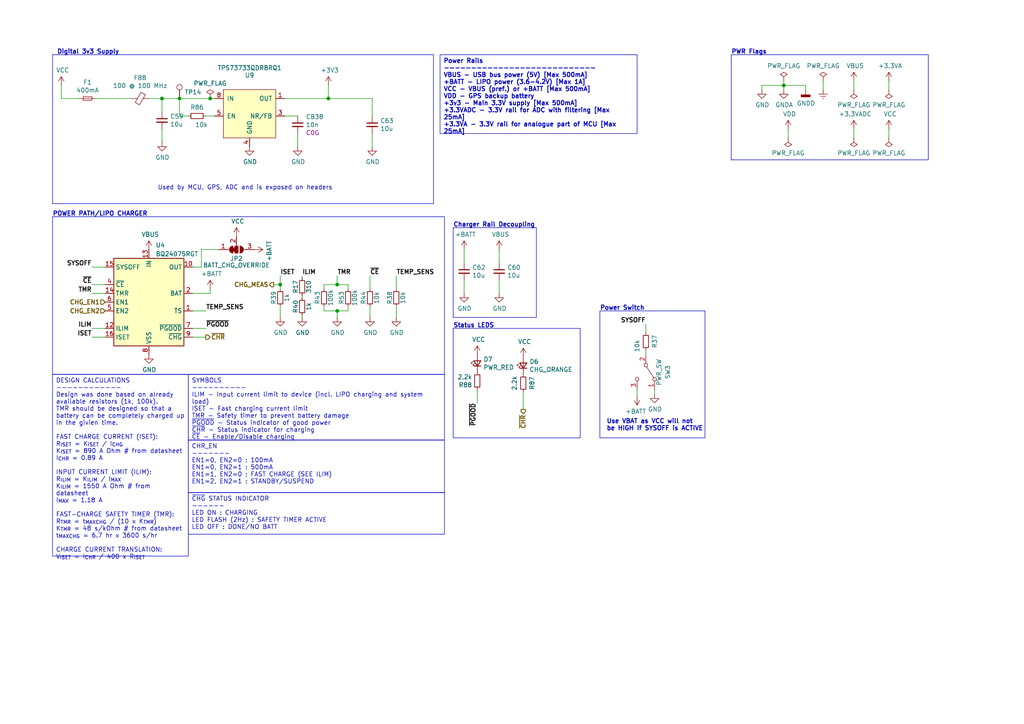
<source format=kicad_sch>
(kicad_sch (version 20230121) (generator eeschema)
  (paper "A4")
  (title_block (title "Kleinvoet") (date "2020-06-11") (rev "Rev. A") (company "Department of Electronic Engineering - Stellenbosch University") (comment 1 "Author: CM Geldenhuys <20198329@sun.ac.za>") (comment 2 "Project: Kleinvoet"))
  (lib_symbols
    (symbol "Battery_Management:BQ24075RGT"
      (property "Reference" "U" (at -8.89 13.97 0))
      (property "Value" "BQ24075RGT" (at 16.51 13.97 0))
      (symbol "BQ24075RGT_0_1"
        (rectangle (start -10.16 12.7) (end 10.16 -12.7) (stroke (width 0.254)) (fill (type background)))
      )
      (symbol "BQ24075RGT_1_1"
        (pin passive line (at 12.7 -2.54 180) (length 2.54) (name "TS") (number "1"))
        (pin power_out line (at 12.7 10.16 180) (length 2.54) (name "OUT") (number "10"))
        (pin passive line (at 12.7 10.16 180) (length 2.54) hide (name "OUT") (number "11"))
        (pin passive line (at -12.7 -7.62 0) (length 2.54) (name "ILIM") (number "12"))
        (pin power_in line (at 0 15.24 270) (length 2.54) (name "IN") (number "13"))
        (pin input line (at -12.7 2.54 0) (length 2.54) (name "TMR") (number "14"))
        (pin input line (at -12.7 10.16 0) (length 2.54) (name "SYSOFF") (number "15"))
        (pin passive line (at -12.7 -10.16 0) (length 2.54) (name "ISET") (number "16"))
        (pin passive line (at 0 -15.24 90) (length 2.54) hide (name "VSS") (number "17"))
        (pin power_out line (at 12.7 2.54 180) (length 2.54) (name "BAT") (number "2"))
        (pin passive line (at 12.7 2.54 180) (length 2.54) hide (name "BAT") (number "3"))
        (pin input line (at -12.7 5.08 0) (length 2.54) (name "~{CE}") (number "4"))
        (pin input line (at -12.7 -2.54 0) (length 2.54) (name "EN2") (number "5"))
        (pin input line (at -12.7 0 0) (length 2.54) (name "EN1") (number "6"))
        (pin open_collector line (at 12.7 -7.62 180) (length 2.54) (name "~{PGOOD}") (number "7"))
        (pin power_in line (at 0 -15.24 90) (length 2.54) (name "VSS") (number "8"))
        (pin open_collector line (at 12.7 -10.16 180) (length 2.54) (name "~{CHG}") (number "9"))
      )
    )
    (symbol "Connector:TestPoint" (pin_numbers hide) (pin_names (offset 0.762) hide)
      (property "Reference" "TP" (at 0 6.858 0))
      (property "Value" "TestPoint" (at 0 5.08 0))
      (symbol "TestPoint_0_1"
        (circle (center 0 3.302) (radius 0.762))
      )
      (symbol "TestPoint_1_1"
        (pin passive line (at 0 0 90) (length 2.54) (name "1") (number "1"))
      )
    )
    (symbol "Device:C_Small" (pin_numbers hide) (pin_names (offset 0.254) hide)
      (property "Reference" "C" (at 0.254 1.778 0))
      (property "Value" "C_Small" (at 0.254 -2.032 0))
      (symbol "C_Small_0_1"
        (polyline (pts (xy -1.524 -0.508) (xy 1.524 -0.508)) (stroke (width 0.3302)))
        (polyline (pts (xy -1.524 0.508) (xy 1.524 0.508)) (stroke (width 0.3048)))
      )
      (symbol "C_Small_1_1"
        (pin passive line (at 0 2.54 270) (length 2.032) (name "~") (number "1"))
        (pin passive line (at 0 -2.54 90) (length 2.032) (name "~") (number "2"))
      )
    )
    (symbol "Device:Ferrite_Bead_Small" (pin_numbers hide) (pin_names (offset 0))
      (property "Reference" "FB" (at 1.905 1.27 0))
      (property "Value" "Device_Ferrite_Bead_Small" (at 1.905 -1.27 0))
      (symbol "Ferrite_Bead_Small_0_1"
        (polyline (pts (xy 0 -1.27) (xy 0 -0.7874)))
        (polyline (pts (xy 0 0.889) (xy 0 1.2954)))
        (polyline (pts (xy -1.8288 0.2794) (xy -1.1176 1.4986) (xy 1.8288 -0.2032) (xy 1.1176 -1.4224) (xy -1.8288 0.2794)))
      )
      (symbol "Ferrite_Bead_Small_1_1"
        (pin passive line (at 0 2.54 270) (length 1.27) (name "~") (number "1"))
        (pin passive line (at 0 -2.54 90) (length 1.27) (name "~") (number "2"))
      )
    )
    (symbol "Device:Fuse_Small" (pin_numbers hide) (pin_names (offset 0.254) hide)
      (property "Reference" "F" (at 0 -1.524 0))
      (property "Value" "Fuse_Small" (at 0 1.524 0))
      (symbol "Fuse_Small_0_1"
        (rectangle (start -1.27 0.508) (end 1.27 -0.508))
        (polyline (pts (xy -1.27 0) (xy 1.27 0)))
      )
      (symbol "Fuse_Small_1_1"
        (pin passive line (at -2.54 0 0) (length 1.27) (name "~") (number "1"))
        (pin passive line (at 2.54 0 180) (length 1.27) (name "~") (number "2"))
      )
    )
    (symbol "Device:LED_Small" (pin_numbers hide) (pin_names (offset 0.254) hide)
      (property "Reference" "D" (at -1.27 3.175 0))
      (property "Value" "LED_Small" (at -4.445 -2.54 0))
      (symbol "LED_Small_0_1"
        (polyline (pts (xy -0.762 -1.016) (xy -0.762 1.016)) (stroke (width 0.254)))
        (polyline (pts (xy 1.016 0) (xy -0.762 0)))
        (polyline (pts (xy 0.762 -1.016) (xy -0.762 0) (xy 0.762 1.016) (xy 0.762 -1.016)) (stroke (width 0.254)))
        (polyline (pts (xy 0 0.762) (xy -0.508 1.27) (xy -0.254 1.27) (xy -0.508 1.27) (xy -0.508 1.016)))
        (polyline (pts (xy 0.508 1.27) (xy 0 1.778) (xy 0.254 1.778) (xy 0 1.778) (xy 0 1.524)))
      )
      (symbol "LED_Small_1_1"
        (pin passive line (at -2.54 0 0) (length 1.778) (name "K") (number "1"))
        (pin passive line (at 2.54 0 180) (length 1.778) (name "A") (number "2"))
      )
    )
    (symbol "Device:R_Small" (pin_numbers hide) (pin_names (offset 0.254) hide)
      (property "Reference" "R" (at 0.762 0.508 0))
      (property "Value" "R_Small" (at 0.762 -1.016 0))
      (symbol "R_Small_0_1"
        (rectangle (start -0.762 1.778) (end 0.762 -1.778) (stroke (width 0.2032)))
      )
      (symbol "R_Small_1_1"
        (pin passive line (at 0 2.54 270) (length 0.762) (name "~") (number "1"))
        (pin passive line (at 0 -2.54 90) (length 0.762) (name "~") (number "2"))
      )
    )
    (symbol "Jumper:SolderJumper_3_Bridged12" (pin_names (offset 0) hide)
      (property "Reference" "JP" (at -2.54 -2.54 0))
      (property "Value" "SolderJumper_3_Bridged12" (at 0 2.794 0))
      (symbol "SolderJumper_3_Bridged12_0_1"
        (rectangle (start -1.016 0.508) (end -0.508 -0.508) (fill (type outline)))
        (arc (start -1.016 1.016) (mid -2.0276 0) (end -1.016 -1.016))
        (arc (start -1.016 1.016) (mid -2.0276 0) (end -1.016 -1.016) (fill (type outline)))
        (rectangle (start -0.508 1.016) (end 0.508 -1.016) (fill (type outline)))
        (polyline (pts (xy -2.54 0) (xy -2.032 0)))
        (polyline (pts (xy -1.016 1.016) (xy -1.016 -1.016)))
        (polyline (pts (xy 0 -1.27) (xy 0 -1.016)))
        (polyline (pts (xy 1.016 1.016) (xy 1.016 -1.016)))
        (polyline (pts (xy 2.54 0) (xy 2.032 0)))
        (arc (start 1.016 -1.016) (mid 2.0276 0) (end 1.016 1.016))
        (arc (start 1.016 -1.016) (mid 2.0276 0) (end 1.016 1.016) (fill (type outline)))
      )
      (symbol "SolderJumper_3_Bridged12_1_1"
        (pin passive line (at -5.08 0 0) (length 2.54) (name "A") (number "1"))
        (pin passive line (at 0 -3.81 90) (length 2.54) (name "C") (number "2"))
        (pin passive line (at 5.08 0 180) (length 2.54) (name "B") (number "3"))
      )
    )
    (symbol "Switch:SW_SPDT" (pin_names (offset 0) hide)
      (property "Reference" "SW" (at 0 4.318 0))
      (property "Value" "SW_SPDT" (at 0 -5.08 0))
      (symbol "SW_SPDT_0_0"
        (circle (center -2.032 0) (radius 0.508))
        (circle (center 2.032 -2.54) (radius 0.508))
      )
      (symbol "SW_SPDT_0_1"
        (polyline (pts (xy -1.524 0.254) (xy 1.651 2.286)))
        (circle (center 2.032 2.54) (radius 0.508))
      )
      (symbol "SW_SPDT_1_1"
        (pin passive line (at 5.08 2.54 180) (length 2.54) (name "A") (number "1"))
        (pin passive line (at -5.08 0 0) (length 2.54) (name "B") (number "2"))
        (pin passive line (at 5.08 -2.54 180) (length 2.54) (name "C") (number "3"))
      )
    )
    (symbol "grootvoet:TPS73733QDRBRQ1" (pin_names (offset 1.016))
      (property "Reference" "U" (at 6.35 6.35 0))
      (property "Value" "TPS73733QDRBRQ1" (at -2.54 6.35 0))
      (symbol "TPS73733QDRBRQ1_0_0"
        (pin no_connect line (at 2.54 0 0) (length 2.54) hide (name "NC") (number "2"))
        (pin no_connect line (at 2.54 -2.54 0) (length 2.54) hide (name "NC") (number "6"))
        (pin no_connect line (at 2.54 -5.08 0) (length 2.54) hide (name "NC") (number "7"))
        (pin passive line (at 0 -11.43 90) (length 2.54) hide (name "GND") (number "9"))
      )
      (symbol "TPS73733QDRBRQ1_0_1"
        (rectangle (start 7.62 5.08) (end -7.62 -8.89) (fill (type background)))
      )
      (symbol "TPS73733QDRBRQ1_1_1"
        (pin power_out line (at 10.16 2.54 180) (length 2.54) (name "OUT") (number "1"))
        (pin passive line (at 10.16 -2.54 180) (length 2.54) (name "NR/FB") (number "3"))
        (pin passive line (at 0 -11.43 90) (length 2.54) (name "GND") (number "4"))
        (pin input line (at -10.16 -2.54 0) (length 2.54) (name "EN") (number "5"))
        (pin power_in line (at -10.16 2.54 0) (length 2.54) (name "IN") (number "8"))
      )
    )
    (symbol "power:+3.3VA" (power) (pin_names (offset 0))
      (property "Value" "+3.3VA" (at 0 3.556 0))
      (symbol "+3.3VA_0_1"
        (polyline (pts (xy -0.762 1.27) (xy 0 2.54)))
        (polyline (pts (xy 0 0) (xy 0 2.54)))
        (polyline (pts (xy 0 2.54) (xy 0.762 1.27)))
      )
      (symbol "+3.3VA_1_1"
        (pin power_in line (at 0 0 90) (length 0) hide (name "+3.3VA") (number "1"))
      )
    )
    (symbol "power:+3.3VADC" (power) (pin_names (offset 0))
      (property "Value" "+3.3VADC" (at 0 2.54 0))
      (symbol "+3.3VADC_0_0"
        (pin power_in line (at 0 0 90) (length 0) hide (name "+3.3VADC") (number "1"))
      )
      (symbol "+3.3VADC_0_1"
        (polyline (pts (xy -0.762 1.27) (xy 0 2.54)))
        (polyline (pts (xy 0 0) (xy 0 2.54)))
        (polyline (pts (xy 0 2.54) (xy 0.762 1.27)))
      )
    )
    (symbol "power:+3V3" (power) (pin_names (offset 0))
      (property "Value" "+3V3" (at 0 3.556 0))
      (symbol "+3V3_0_1"
        (polyline (pts (xy -0.762 1.27) (xy 0 2.54)))
        (polyline (pts (xy 0 0) (xy 0 2.54)))
        (polyline (pts (xy 0 2.54) (xy 0.762 1.27)))
      )
      (symbol "+3V3_1_1"
        (pin power_in line (at 0 0 90) (length 0) hide (name "+3V3") (number "1"))
      )
    )
    (symbol "power:+BATT" (power) (pin_names (offset 0))
      (property "Value" "+BATT" (at 0 3.556 0))
      (symbol "+BATT_0_1"
        (polyline (pts (xy -0.762 1.27) (xy 0 2.54)))
        (polyline (pts (xy 0 0) (xy 0 2.54)))
        (polyline (pts (xy 0 2.54) (xy 0.762 1.27)))
      )
      (symbol "+BATT_1_1"
        (pin power_in line (at 0 0 90) (length 0) hide (name "+BATT") (number "1"))
      )
    )
    (symbol "power:Earth" (power) (pin_names (offset 0))
      (symbol "Earth_0_1"
        (polyline (pts (xy -0.635 -1.905) (xy 0.635 -1.905)))
        (polyline (pts (xy -0.127 -2.54) (xy 0.127 -2.54)))
        (polyline (pts (xy 0 -1.27) (xy 0 0)))
        (polyline (pts (xy 1.27 -1.27) (xy -1.27 -1.27)))
      )
      (symbol "Earth_1_1"
        (pin power_in line (at 0 0 270) (length 0) hide (name "Earth") (number "1"))
      )
    )
    (symbol "power:GND" (power) (pin_names (offset 0))
      (property "Value" "GND" (at 0 -3.81 0))
      (symbol "GND_0_1"
        (polyline (pts (xy 0 0) (xy 0 -1.27) (xy 1.27 -1.27) (xy 0 -2.54) (xy -1.27 -1.27) (xy 0 -1.27)))
      )
      (symbol "GND_1_1"
        (pin power_in line (at 0 0 270) (length 0) hide (name "GND") (number "1"))
      )
    )
    (symbol "power:GNDA" (power) (pin_names (offset 0))
      (property "Value" "GNDA" (at 0 -3.81 0))
      (symbol "GNDA_0_1"
        (polyline (pts (xy 0 0) (xy 0 -1.27) (xy 1.27 -1.27) (xy 0 -2.54) (xy -1.27 -1.27) (xy 0 -1.27)))
      )
      (symbol "GNDA_1_1"
        (pin power_in line (at 0 0 270) (length 0) hide (name "GNDA") (number "1"))
      )
    )
    (symbol "power:GNDD" (power) (pin_names (offset 0))
      (property "Value" "GNDD" (at 0 -3.175 0))
      (symbol "GNDD_0_1"
        (rectangle (start -1.27 -1.524) (end 1.27 -2.032) (stroke (width 0.254)) (fill (type outline)))
        (polyline (pts (xy 0 0) (xy 0 -1.524)))
      )
      (symbol "GNDD_1_1"
        (pin power_in line (at 0 0 270) (length 0) hide (name "GNDD") (number "1"))
      )
    )
    (symbol "power:PWR_FLAG" (power) (pin_numbers hide) (pin_names (offset 0) hide)
      (property "Value" "PWR_FLAG" (at 0 3.81 0))
      (symbol "PWR_FLAG_0_0"
        (pin power_out line (at 0 0 90) (length 0) (name "pwr") (number "1"))
      )
      (symbol "PWR_FLAG_0_1"
        (polyline (pts (xy 0 0) (xy 0 1.27) (xy -1.016 1.905) (xy 0 2.54) (xy 1.016 1.905) (xy 0 1.27)))
      )
    )
    (symbol "power:VBUS" (power) (pin_names (offset 0))
      (property "Value" "VBUS" (at 0 3.81 0))
      (symbol "VBUS_0_1"
        (polyline (pts (xy -0.762 1.27) (xy 0 2.54)))
        (polyline (pts (xy 0 0) (xy 0 2.54)))
        (polyline (pts (xy 0 2.54) (xy 0.762 1.27)))
      )
      (symbol "VBUS_1_1"
        (pin power_in line (at 0 0 90) (length 0) hide (name "VBUS") (number "1"))
      )
    )
    (symbol "power:VCC" (power) (pin_names (offset 0))
      (property "Value" "VCC" (at 0 3.81 0))
      (symbol "VCC_0_1"
        (polyline (pts (xy -0.762 1.27) (xy 0 2.54)))
        (polyline (pts (xy 0 0) (xy 0 2.54)))
        (polyline (pts (xy 0 2.54) (xy 0.762 1.27)))
      )
      (symbol "VCC_1_1"
        (pin power_in line (at 0 0 90) (length 0) hide (name "VCC") (number "1"))
      )
    )
    (symbol "power:VDD" (power) (pin_names (offset 0))
      (property "Value" "VDD" (at 0 3.81 0))
      (symbol "VDD_0_1"
        (polyline (pts (xy -0.762 1.27) (xy 0 2.54)))
        (polyline (pts (xy 0 0) (xy 0 2.54)))
        (polyline (pts (xy 0 2.54) (xy 0.762 1.27)))
      )
      (symbol "VDD_1_1"
        (pin power_in line (at 0 0 90) (length 0) hide (name "VDD") (number "1"))
      )
    )
  )
  (junction (at 95.25 28.575))
  (junction (at 52.07 28.575))
  (junction (at 60.96 28.575))
  (junction (at 97.79 90.17))
  (junction (at 227.33 24.765))
  (junction (at 46.99 28.575))
  (junction (at 81.28 82.55))
  (junction (at 97.79 82.55))
  (wire (pts (xy 93.98 90.17) (xy 97.79 90.17)))
  (wire (pts (xy 55.88 77.47) (xy 58.42 77.47)))
  (polyline (pts (xy 212.09 15.875) (xy 212.09 46.355)))
  (wire (pts (xy 86.36 33.655) (xy 82.55 33.655)))
  (wire (pts (xy 87.63 91.44) (xy 87.63 92.075)))
  (wire (pts (xy 55.88 95.25) (xy 59.69 95.25)))
  (polyline (pts (xy 269.24 15.875) (xy 212.09 15.875)))
  (wire (pts (xy 79.375 82.55) (xy 81.28 82.55)))
  (wire (pts (xy 220.98 26.035) (xy 220.98 24.765)))
  (wire (pts (xy 100.965 82.55) (xy 100.965 83.82)))
  (wire (pts (xy 100.965 88.9) (xy 100.965 90.17)))
  (wire (pts (xy 134.62 85.09) (xy 134.62 81.28)))
  (wire (pts (xy 247.65 23.495) (xy 247.65 26.035)))
  (wire (pts (xy 257.81 23.495) (xy 257.81 26.035)))
  (wire (pts (xy 43.18 28.575) (xy 46.99 28.575)))
  (wire (pts (xy 187.325 101.6) (xy 187.325 102.87)))
  (wire (pts (xy 257.81 37.465) (xy 257.81 40.005)))
  (wire (pts (xy 227.33 24.765) (xy 227.33 23.495)))
  (wire (pts (xy 87.63 86.36) (xy 87.63 85.725)))
  (wire (pts (xy 46.99 28.575) (xy 52.07 28.575)))
  (wire (pts (xy 60.96 83.82) (xy 60.96 85.09)))
  (wire (pts (xy 144.78 85.09) (xy 144.78 81.28)))
  (wire (pts (xy 81.28 88.9) (xy 81.28 92.075)))
  (wire (pts (xy 97.79 90.17) (xy 97.79 92.075)))
  (wire (pts (xy 107.95 28.575) (xy 107.95 33.655)))
  (wire (pts (xy 17.78 24.765) (xy 17.78 28.575)))
  (wire (pts (xy 97.79 82.55) (xy 100.965 82.55)))
  (wire (pts (xy 95.25 28.575) (xy 107.95 28.575)))
  (polyline (pts (xy 15.24 15.875) (xy 125.73 15.875)))
  (wire (pts (xy 107.315 88.9) (xy 107.315 92.075)))
  (wire (pts (xy 87.63 80.01) (xy 87.63 80.645)))
  (wire (pts (xy 93.98 82.55) (xy 93.98 83.82)))
  (wire (pts (xy 46.99 32.385) (xy 46.99 28.575)))
  (wire (pts (xy 93.98 88.9) (xy 93.98 90.17)))
  (wire (pts (xy 26.67 82.55) (xy 30.48 82.55)))
  (polyline (pts (xy 15.24 15.875) (xy 15.24 59.055)))
  (wire (pts (xy 187.325 93.98) (xy 187.325 96.52)))
  (wire (pts (xy 247.65 37.465) (xy 247.65 40.005)))
  (wire (pts (xy 93.98 82.55) (xy 97.79 82.55)))
  (wire (pts (xy 97.79 80.01) (xy 97.79 82.55)))
  (wire (pts (xy 151.765 113.665) (xy 151.765 118.745)))
  (wire (pts (xy 26.67 77.47) (xy 30.48 77.47)))
  (wire (pts (xy 95.25 24.765) (xy 95.25 28.575)))
  (wire (pts (xy 227.33 26.035) (xy 227.33 24.765)))
  (wire (pts (xy 46.99 41.275) (xy 46.99 37.465)))
  (wire (pts (xy 184.785 113.03) (xy 184.785 114.935)))
  (wire (pts (xy 107.95 42.545) (xy 107.95 38.735)))
  (wire (pts (xy 26.67 95.25) (xy 30.48 95.25)))
  (wire (pts (xy 233.68 26.035) (xy 233.68 24.765)))
  (wire (pts (xy 58.42 77.47) (xy 58.42 72.39)))
  (wire (pts (xy 189.865 113.03) (xy 189.865 114.3)))
  (wire (pts (xy 114.935 80.01) (xy 114.935 83.82)))
  (wire (pts (xy 62.23 28.575) (xy 60.96 28.575)))
  (wire (pts (xy 81.28 82.55) (xy 81.28 83.82)))
  (wire (pts (xy 58.42 72.39) (xy 63.5 72.39)))
  (wire (pts (xy 107.315 80.01) (xy 107.315 83.82)))
  (wire (pts (xy 55.88 90.17) (xy 59.69 90.17)))
  (wire (pts (xy 62.23 33.655) (xy 59.69 33.655)))
  (wire (pts (xy 55.88 85.09) (xy 60.96 85.09)))
  (wire (pts (xy 220.98 24.765) (xy 227.33 24.765)))
  (polyline (pts (xy 269.24 15.875) (xy 269.24 46.355)))
  (wire (pts (xy 134.62 76.2) (xy 134.62 72.39)))
  (wire (pts (xy 86.36 38.735) (xy 86.36 42.545)))
  (wire (pts (xy 54.61 33.655) (xy 52.07 33.655)))
  (wire (pts (xy 238.76 23.495) (xy 238.76 26.035)))
  (wire (pts (xy 114.935 88.9) (xy 114.935 92.075)))
  (polyline (pts (xy 15.24 59.055) (xy 125.73 59.055)))
  (wire (pts (xy 228.6 37.465) (xy 228.6 40.005)))
  (wire (pts (xy 82.55 28.575) (xy 95.25 28.575)))
  (polyline (pts (xy 125.73 15.875) (xy 125.73 59.055)))
  (wire (pts (xy 26.67 85.09) (xy 30.48 85.09)))
  (wire (pts (xy 52.07 33.655) (xy 52.07 28.575)))
  (wire (pts (xy 138.43 113.03) (xy 138.43 116.84)))
  (polyline (pts (xy 212.09 46.355) (xy 269.24 46.355)))
  (wire (pts (xy 27.94 28.575) (xy 38.1 28.575)))
  (wire (pts (xy 60.96 28.575) (xy 52.07 28.575)))
  (wire (pts (xy 233.68 24.765) (xy 227.33 24.765)))
  (wire (pts (xy 144.78 76.2) (xy 144.78 72.39)))
  (wire (pts (xy 55.88 97.79) (xy 59.69 97.79)))
  (wire (pts (xy 26.67 97.79) (xy 30.48 97.79)))
  (wire (pts (xy 17.78 28.575) (xy 22.86 28.575)))
  (wire (pts (xy 97.79 90.17) (xy 100.965 90.17)))
  (wire (pts (xy 81.28 80.01) (xy 81.28 82.55)))
  (rectangle (start 173.99 90.17) (end 204.47 127))
  (rectangle (start 131.445 95.25) (end 168.275 127))
  (rectangle (start 15.24 62.865) (end 128.905 108.585))
  (rectangle (start 131.445 66.04) (end 155.575 92.075))
  (text_box "CHR_EN\n-------\nEN1=0, EN2=0 : 100mA\nEN1=0, EN2=1 : 500mA\nEN1=1, EN2=0 : FAST CHARGE (SEE ILIM)\nEN1=2, EN2=1 : STANDBY/SUSPEND" (at 54.61 127.635 0) (size 74.295 15.24) (effects (font (size 1.27 1.27)) (justify left top)))
  (text_box "DESIGN CALCULATIONS\n------------\nDesign was done based on already available resistors (1k, 100k).\nTMR should be designed so that a battery can be completely charged up in the givien time.\n\nFAST CHARGE CURRENT (ISET):\nR_{ISET} = K_{ISET} / I_{CHG}\nK_{ISET} = 890 A Ohm # from datasheet\nI_{CHR} = 0.89 A\n\nINPUT CURRENT LIMIT (ILIM):\nR_{ILIM} = K_{ILIM} / I_{MAX}\nK_{ILIM} = 1550 A Ohm # from datasheet\nI_{MAX} = 1.18 A\n\nFAST-CHARGE SAFETY TIMER (TMR):\nR_{TMR} = t_{MAXCHG} / (10 x K_{TMR})\nK_{TMR} = 48 s/kOhm # from datasheet\nt_{MAXCHG} = 6.7 hr x 3600 s/hr\n\nCHARGE CURRENT TRANSLATION:\nV_{ISET} = I_{CHR} / 400 x R_{ISET}" (at 15.24 108.585 0) (size 39.37 52.705) (effects (font (size 1.27 1.27)) (justify left top)))
  (text_box "~{CHG} STATUS INDICATOR\n------\nLED ON : CHARGING\nLED FLASH (2Hz) : SAFETY TIMER ACTIVE\nLED OFF : DONE/NO BATT" (at 54.61 142.875 0) (size 74.295 12.065) (effects (font (size 1.27 1.27)) (justify left top)))
  (text_box "SYMBOLS\n----------\nILIM - Input current limit to device (incl. LIPO charging and system load)\nISET - Fast charging current limit\nTMR - Safety timer to prevent battery damage\n~{PGOOD} - Status indicator of good power\n~{CHR} - Status indicator for charging\n~{CE} - Enable/Disable charging" (at 54.61 108.585 0) (size 74.295 19.05) (effects (font (size 1.27 1.27)) (justify left top)))
  (text_box "Power Rails\n----------------------------\nVBUS - USB bus power (5V) [Max 500mA]\n+BATT - LIPO power (3.6-4.2V) [Max 1A]\nVCC - VBUS (pref.) or +BATT [Max 500mA]\nVDD - GPS backup battery\n+3v3 - Main 3.3V supply [Max 500mA]\n+3.3VADC - 3.3V rail for ADC with filtering [Max 25mA]\n+3.3VA - 3.3V rail for analogue part of MCU [Max 25mA]" (at 127.635 15.875 0) (size 57.15 22.86) (effects (font (size 1.27 1.27) bold) (justify left top)))
  (text "Status LEDS" (at 131.445 95.25 0) (effects (font (size 1.27 1.27) bold) (justify left bottom)))
  (text "Charger Rail Decoupling" (at 131.445 66.04 0) (effects (font (size 1.27 1.27) bold) (justify left bottom)))
  (text "Power Switch" (at 173.99 90.17 0) (effects (font (size 1.27 1.27) bold) (justify left bottom)))
  (text "Digital 3v3 Supply" (at 16.51 15.875 0) (effects (font (size 1.27 1.27) (thickness 0.254) bold) (justify left bottom)))
  (text "PWR Flags" (at 212.09 15.875 0) (effects (font (size 1.27 1.27) (thickness 0.254) bold) (justify left bottom)))
  (text "Use VBAT as VCC will not \nbe HIGH if SYSOFF is ACTIVE" (at 175.895 125.095 0) (effects (font (size 1.27 1.27) bold) (justify left bottom)))
  (text "Used by MCU, GPS, ADC and is exposed on headers" (at 45.72 55.245 0) (effects (font (size 1.27 1.27)) (justify left bottom)))
  (text "POWER PATH/LIPO CHARGER" (at 15.24 62.865 0) (effects (font (size 1.27 1.27) (thickness 0.254) bold) (justify left bottom)))
  (label "ILIM" (at 26.67 95.25 180) (effects (font bold)))
  (label "TEMP_SENS" (at 59.69 90.17 0) (effects (font bold)))
  (label "ILIM" (at 87.63 80.01 0) (effects (font bold)))
  (label "SYSOFF" (at 26.67 77.47 180) (effects (font bold)))
  (label "ISET" (at 81.28 80.01 0) (effects (font bold)))
  (label "SYSOFF" (at 187.325 93.98 180) (effects (font bold)))
  (label "~{PGOOD}" (at 138.43 116.84 270) (effects (font bold)))
  (label "~{PGOOD}" (at 59.69 95.25 0) (effects (font bold)))
  (label "~{CE}" (at 26.67 82.55 180) (effects (font (thickness 0.254) bold)))
  (label "~{CE}" (at 107.315 80.01 0) (effects (font (thickness 0.254) bold)))
  (label "TMR" (at 97.79 80.01 0) (effects (font bold)))
  (label "ISET" (at 26.67 97.79 180) (effects (font bold)))
  (label "TMR" (at 26.67 85.09 180) (effects (font bold)))
  (label "TEMP_SENS" (at 114.935 80.01 0) (effects (font bold)))
  (hierarchical_label "CHG_MEAS" (shape output) (at 79.375 82.55 180) (effects (font bold)))
  (hierarchical_label "CHG_EN2" (shape input) (at 30.48 90.17 180) (effects (font bold)))
  (hierarchical_label "CHG_EN1" (shape input) (at 30.48 87.63 180) (effects (font bold)))
  (hierarchical_label "~{CHR}" (shape output) (at 59.69 97.79 0) (effects (font bold)))
  (hierarchical_label "~{CHR}" (shape output) (at 151.765 118.745 270) (effects (font bold)))
  (symbol (lib_id "Device:R_Small") (at 57.15 33.655 270) (unit 1)
    (property "Reference" "R86" (at 57.15 31.115 90))
    (property "Value" "10k" (at 58.42 36.195 90))
    (property "Footprint" "Resistor_SMD:R_0603_1608Metric_Pad0.98x0.95mm_HandSolder" (effects hide))
    (property "MPN" "RC0603JR-0710KL" (effects hide))
    (property "Mfr." "Yageo" (effects hide))
  )
  (symbol (lib_id "Connector:TestPoint") (at 52.07 28.575 0) (unit 1)
    (property "Reference" "TP14" (at 53.5432 26.7462 0) (effects (justify left)))
    (property "Value" "VIN" (effects hide))
    (property "Footprint" "TestPoint:TestPoint_Pad_D1.0mm" (effects hide))
  )
  (symbol (lib_id "power:GND") (at 72.39 42.545 0) (unit 1)
    (property "Reference" "#PWR0106" (effects hide))
    (property "Value" "GND" (at 72.517 46.9392 0))
  )
  (symbol (lib_id "power:GND") (at 46.99 41.275 0) (unit 1)
    (property "Reference" "#PWR096" (effects hide))
    (property "Value" "GND" (at 47.117 45.6692 0))
  )
  (symbol (lib_id "Device:C_Small") (at 86.36 36.195 0) (unit 1)
    (property "Reference" "CB38" (at 88.6968 33.8836 0) (effects (justify left)))
    (property "Value" "10n" (at 88.6968 36.195 0) (effects (justify left)))
    (property "Footprint" "Capacitor_SMD:C_0603_1608Metric_Pad1.08x0.95mm_HandSolder" (effects hide))
    (property "Notes" "C0G" (at 88.6968 38.5064 0) (effects (justify left)))
    (property "MPN" "C0603C103J5RACTU" (effects hide))
    (property "Mfr." "KEMET" (effects hide))
  )
  (symbol (lib_id "power:GND") (at 86.36 42.545 0) (unit 1)
    (property "Reference" "#PWR0111" (effects hide))
    (property "Value" "GND" (at 86.487 46.9392 0))
  )
  (symbol (lib_id "Device:C_Small") (at 107.95 36.195 0) (unit 1)
    (property "Reference" "C63" (at 110.2868 35.0266 0) (effects (justify left)))
    (property "Value" "10u" (at 110.2868 37.338 0) (effects (justify left)))
    (property "Footprint" "Capacitor_SMD:C_0805_2012Metric_Pad1.18x1.45mm_HandSolder" (effects hide))
    (property "MPN" "C0805C106K9PACTU" (effects hide))
    (property "Mfr." "KEMET" (effects hide))
  )
  (symbol (lib_id "power:GND") (at 107.95 42.545 0) (unit 1)
    (property "Reference" "#PWR0118" (effects hide))
    (property "Value" "GND" (at 108.077 46.9392 0))
  )
  (symbol (lib_id "power:VBUS") (at 144.78 72.39 0) (unit 1)
    (property "Reference" "#PWR0109" (effects hide))
    (property "Value" "VBUS" (at 145.161 67.9958 0))
  )
  (symbol (lib_id "power:GND") (at 144.78 85.09 0) (unit 1)
    (property "Reference" "#PWR0110" (effects hide))
    (property "Value" "GND" (at 144.907 89.4842 0))
  )
  (symbol (lib_id "power:+3V3") (at 95.25 24.765 0) (unit 1)
    (property "Reference" "#PWR0114" (effects hide))
    (property "Value" "+3V3" (at 95.631 20.3708 0))
  )
  (symbol (lib_id "power:GND") (at 134.62 85.09 0) (unit 1)
    (property "Reference" "#PWR0117" (effects hide))
    (property "Value" "GND" (at 134.747 89.4842 0))
  )
  (symbol (lib_id "power:+BATT") (at 134.62 72.39 0) (unit 1)
    (property "Reference" "#PWR0116" (effects hide))
    (property "Value" "+BATT" (at 135.001 67.9958 0))
  )
  (symbol (lib_id "Device:LED_Small") (at 151.765 106.045 90) (unit 1)
    (property "Reference" "D6" (at 153.543 104.8766 90) (effects (justify right)))
    (property "Value" "CHG_ORANGE" (at 153.543 107.188 90) (effects (justify right)))
    (property "Footprint" "LED_SMD:LED_0603_1608Metric_Pad1.05x0.95mm_HandSolder" (effects hide))
    (property "MPN" "SML-D12D8WT86C" (effects hide))
    (property "Mfr." "ROHM Semiconductor" (effects hide))
  )
  (symbol (lib_id "Device:R_Small") (at 151.765 111.125 180) (unit 1)
    (property "Reference" "R87" (at 154.305 111.125 90))
    (property "Value" "2.2k" (at 149.225 111.125 90))
    (property "Footprint" "Resistor_SMD:R_0603_1608Metric_Pad0.98x0.95mm_HandSolder" (effects hide))
    (property "MPN" "RC0603FR-072K2L" (effects hide))
    (property "Mfr." "Yageo" (effects hide))
  )
  (symbol (lib_id "power:PWR_FLAG") (at 60.96 28.575 0) (unit 1)
    (property "Reference" "#FLG07" (effects hide))
    (property "Value" "PWR_FLAG" (at 60.96 24.1808 0))
  )
  (symbol (lib_id "power:VCC") (at 17.78 24.765 0) (unit 1)
    (property "Reference" "#PWR087" (effects hide))
    (property "Value" "VCC" (at 18.161 20.3708 0))
  )
  (symbol (lib_id "Device:LED_Small") (at 138.43 105.41 90) (unit 1)
    (property "Reference" "D7" (at 140.208 104.2416 90) (effects (justify right)))
    (property "Value" "PWR_RED" (at 140.208 106.553 90) (effects (justify right)))
    (property "Footprint" "LED_SMD:LED_0603_1608Metric_Pad1.05x0.95mm_HandSolder" (effects hide))
    (property "MPN" "SML-D12U8WT86C" (effects hide))
    (property "Mfr." "ROHM Semiconductor" (effects hide))
  )
  (symbol (lib_id "Device:R_Small") (at 138.43 110.49 180) (unit 1)
    (property "Reference" "R88" (at 136.9314 111.6584 0) (effects (justify left)))
    (property "Value" "2.2k" (at 136.9314 109.347 0) (effects (justify left)))
    (property "Footprint" "Resistor_SMD:R_0603_1608Metric_Pad0.98x0.95mm_HandSolder" (effects hide))
    (property "MPN" "RC0603FR-072K2L" (effects hide))
    (property "Mfr." "Yageo" (effects hide))
  )
  (symbol (lib_id "power:PWR_FLAG") (at 238.76 23.495 0) (unit 1)
    (property "Reference" "#FLG0101" (effects hide))
    (property "Value" "PWR_FLAG" (at 238.76 19.1008 0))
  )
  (symbol (lib_id "Device:Fuse_Small") (at 25.4 28.575 0) (unit 1)
    (property "Reference" "F1" (at 25.4 23.876 0))
    (property "Value" "400mA" (at 25.4 26.1874 0))
    (property "Footprint" "Fuse:Fuse_0603_1608Metric_Pad1.05x0.95mm_HandSolder" (effects hide))
    (property "MPN" "0ZCM0020FF2G" (effects hide))
    (property "Mfr." "Bel Fuse" (effects hide))
  )
  (symbol (lib_id "Device:Ferrite_Bead_Small") (at 40.64 28.575 270) (unit 1)
    (property "Reference" "FB8" (at 40.64 22.5552 90))
    (property "Value" "100 @ 100 MHz" (at 40.64 24.8666 90))
    (property "Footprint" "Inductor_SMD:L_0603_1608Metric_Pad1.05x0.95mm_HandSolder" (effects hide))
    (property "MPN" "BLM18EG101TZ1D" (effects hide))
    (property "Mfr." "Murata Electronics" (effects hide))
  )
  (symbol (lib_id "power:GND") (at 220.98 26.035 0) (unit 1)
    (property "Reference" "#PWR097" (effects hide))
    (property "Value" "GND" (at 221.107 30.4292 0))
  )
  (symbol (lib_id "power:GNDA") (at 227.33 26.035 0) (unit 1)
    (property "Reference" "#PWR0100" (effects hide))
    (property "Value" "GNDA" (at 227.457 30.4292 0))
  )
  (symbol (lib_id "Device:C_Small") (at 144.78 78.74 0) (unit 1)
    (property "Reference" "C60" (at 147.1168 77.5716 0) (effects (justify left)))
    (property "Value" "10u" (at 147.1168 79.883 0) (effects (justify left)))
    (property "Footprint" "Capacitor_SMD:C_0805_2012Metric_Pad1.18x1.45mm_HandSolder" (effects hide))
    (property "MPN" "C0805C106K9PACTU" (effects hide))
    (property "Mfr." "KEMET" (effects hide))
  )
  (symbol (lib_id "Device:C_Small") (at 134.62 78.74 0) (unit 1)
    (property "Reference" "C62" (at 136.9568 77.5716 0) (effects (justify left)))
    (property "Value" "10u" (at 136.9568 79.883 0) (effects (justify left)))
    (property "Footprint" "Capacitor_SMD:C_0805_2012Metric_Pad1.18x1.45mm_HandSolder" (effects hide))
    (property "MPN" "C0805C106K9PACTU" (effects hide))
    (property "Mfr." "KEMET" (effects hide))
  )
  (symbol (lib_id "power:GNDD") (at 233.68 26.035 0) (unit 1)
    (property "Reference" "#PWR0102" (effects hide))
    (property "Value" "GNDD" (at 233.7816 29.972 0))
  )
  (symbol (lib_id "power:PWR_FLAG") (at 227.33 23.495 0) (unit 1)
    (property "Reference" "#FLG05" (effects hide))
    (property "Value" "PWR_FLAG" (at 227.33 19.1008 0))
  )
  (symbol (lib_id "power:VBUS") (at 247.65 23.495 0) (unit 1)
    (property "Reference" "#PWR0107" (effects hide))
    (property "Value" "VBUS" (at 248.031 19.1008 0))
  )
  (symbol (lib_id "power:+3.3VA") (at 257.81 23.495 0) (unit 1)
    (property "Reference" "#PWR0112" (effects hide))
    (property "Value" "+3.3VA" (at 258.191 19.1008 0))
  )
  (symbol (lib_id "power:+3.3VADC") (at 247.65 37.465 0) (unit 1)
    (property "Reference" "#PWR0108" (effects hide))
    (property "Value" "+3.3VADC" (at 248.031 33.0708 0))
  )
  (symbol (lib_id "power:VCC") (at 257.81 37.465 0) (unit 1)
    (property "Reference" "#PWR0113" (effects hide))
    (property "Value" "VCC" (at 258.191 33.0708 0))
  )
  (symbol (lib_id "power:VDD") (at 228.6 37.465 0) (unit 1)
    (property "Reference" "#PWR0101" (effects hide))
    (property "Value" "VDD" (at 228.981 33.0708 0))
  )
  (symbol (lib_id "power:PWR_FLAG") (at 247.65 26.035 180) (unit 1)
    (property "Reference" "#FLG08" (effects hide))
    (property "Value" "PWR_FLAG" (at 247.65 30.4292 0))
  )
  (symbol (lib_id "power:PWR_FLAG") (at 257.81 26.035 180) (unit 1)
    (property "Reference" "#FLG010" (effects hide))
    (property "Value" "PWR_FLAG" (at 257.81 30.4292 0))
  )
  (symbol (lib_id "power:PWR_FLAG") (at 247.65 40.005 180) (unit 1)
    (property "Reference" "#FLG09" (effects hide))
    (property "Value" "PWR_FLAG" (at 247.65 44.3992 0))
  )
  (symbol (lib_id "power:PWR_FLAG") (at 257.81 40.005 180) (unit 1)
    (property "Reference" "#FLG011" (effects hide))
    (property "Value" "PWR_FLAG" (at 257.81 44.3992 0))
  )
  (symbol (lib_id "power:PWR_FLAG") (at 228.6 40.005 180) (unit 1)
    (property "Reference" "#FLG06" (effects hide))
    (property "Value" "PWR_FLAG" (at 228.6 44.3992 0))
  )
  (symbol (lib_id "grootvoet:TPS73733QDRBRQ1") (at 72.39 31.115 0) (unit 1)
    (property "Reference" "U9" (at 72.39 21.844 0))
    (property "Value" "TPS73733QDRBRQ1" (at 72.39 19.685 0))
    (property "Footprint" "grootvoet:Texas_DRB0008A" (effects hide))
    (property "MPN" "TPS73733QDRBRQ1" (effects hide))
    (property "Mfr." "Texas Instruments" (effects hide))
  )
  (symbol (lib_id "Device:C_Small") (at 46.99 34.925 0) (unit 1)
    (property "Reference" "C59" (at 49.3268 33.7566 0) (effects (justify left)))
    (property "Value" "10u" (at 49.3268 36.068 0) (effects (justify left)))
    (property "Footprint" "Capacitor_SMD:C_0805_2012Metric_Pad1.18x1.45mm_HandSolder" (effects hide))
    (property "MPN" "C0805C106K9PACTU" (effects hide))
    (property "Mfr." "KEMET" (effects hide))
  )
  (symbol (lib_id "power:Earth") (at 238.76 26.035 0) (unit 1)
    (property "Reference" "#PWR0104" (effects hide))
    (property "Value" "Earth" (effects hide))
  )
  (symbol (lib_id "power:GND") (at 81.28 92.075 0) (unit 1)
    (property "Reference" "#PWR088" (effects hide))
    (property "Value" "GND" (at 81.407 96.4692 0))
  )
  (symbol (lib_id "power:+BATT") (at 60.96 83.82 0) (unit 1)
    (property "Reference" "#PWR0122" (effects hide))
    (property "Value" "+BATT" (at 61.341 79.4258 0))
  )
  (symbol (lib_id "power:GND") (at 189.865 114.3 0) (unit 1)
    (property "Reference" "#PWR0105" (effects hide))
    (property "Value" "GND" (at 189.992 118.6942 0))
  )
  (symbol (lib_id "Device:R_Small") (at 87.63 88.9 0) (unit 1)
    (property "Reference" "R40" (at 85.725 88.9 90))
    (property "Value" "1k" (at 89.535 88.9 90))
    (property "Footprint" "Resistor_SMD:R_0603_1608Metric_Pad0.98x0.95mm_HandSolder" (effects hide))
  )
  (symbol (lib_id "power:GND") (at 114.935 92.075 0) (unit 1)
    (property "Reference" "#PWR0151" (effects hide))
    (property "Value" "GND" (at 115.062 96.4692 0))
  )
  (symbol (lib_id "power:+BATT") (at 73.66 72.39 270) (unit 1)
    (property "Reference" "#PWR0172" (effects hide))
    (property "Value" "+BATT" (at 78.0542 72.771 0))
  )
  (symbol (lib_id "Device:R_Small") (at 107.315 86.36 0) (unit 1)
    (property "Reference" "R44" (at 105.41 86.36 90))
    (property "Value" "10k" (at 109.22 86.36 90))
    (property "Footprint" "Resistor_SMD:R_0603_1608Metric_Pad0.98x0.95mm_HandSolder" (effects hide))
    (property "MPN" "RC0603JR-0710KL" (effects hide))
    (property "Mfr." "Yageo" (effects hide))
  )
  (symbol (lib_id "power:GND") (at 43.18 102.87 0) (unit 1)
    (property "Reference" "#PWR083" (effects hide))
    (property "Value" "GND" (at 43.307 107.2642 0))
  )
  (symbol (lib_id "power:VCC") (at 138.43 102.87 0) (unit 1)
    (property "Reference" "#PWR086" (effects hide))
    (property "Value" "VCC" (at 138.811 98.4758 0))
  )
  (symbol (lib_id "Device:R_Small") (at 100.965 86.36 0) (unit 1)
    (property "Reference" "R53" (at 99.06 86.36 90))
    (property "Value" "100k" (at 102.87 86.36 90))
    (property "Footprint" "Resistor_SMD:R_0603_1608Metric_Pad0.98x0.95mm_HandSolder" (effects hide))
  )
  (symbol (lib_id "Device:R_Small") (at 81.28 86.36 0) (unit 1)
    (property "Reference" "R39" (at 79.375 86.36 90))
    (property "Value" "1k" (at 83.185 86.36 90))
    (property "Footprint" "Resistor_SMD:R_0603_1608Metric_Pad0.98x0.95mm_HandSolder" (effects hide))
  )
  (symbol (lib_id "Device:R_Small") (at 187.325 99.06 180) (unit 1)
    (property "Reference" "R37" (at 189.865 99.06 90))
    (property "Value" "10k" (at 184.785 100.33 90))
    (property "Footprint" "Resistor_SMD:R_0603_1608Metric_Pad0.98x0.95mm_HandSolder" (effects hide))
    (property "MPN" "RC0603JR-0710KL" (effects hide))
    (property "Mfr." "Yageo" (effects hide))
  )
  (symbol (lib_id "Device:R_Small") (at 87.63 83.185 0) (unit 1)
    (property "Reference" "R17" (at 85.725 83.185 90))
    (property "Value" "310" (at 89.535 83.185 90))
    (property "Footprint" "Resistor_SMD:R_0603_1608Metric_Pad0.98x0.95mm_HandSolder" (effects hide))
    (property "MPN" "ERJ-3EKF3090V" (effects hide))
    (property "Mfr." "Panasonic" (effects hide))
    (instances (project "kleinvoet" (path "" (reference "R17") (unit 1)) (path "" (reference "R41") (unit 1)) (path "" (reference "R54") (unit 1))))
  )
  (symbol (lib_id "power:GND") (at 87.63 92.075 0) (unit 1)
    (property "Reference" "#PWR089" (effects hide))
    (property "Value" "GND" (at 87.757 96.4692 0))
  )
  (symbol (lib_id "power:VCC") (at 68.58 68.58 0) (unit 1)
    (property "Reference" "#PWR084" (effects hide))
    (property "Value" "VCC" (at 68.961 64.1858 0))
  )
  (symbol (lib_id "Device:R_Small") (at 114.935 86.36 0) (unit 1)
    (property "Reference" "R38" (at 113.03 86.36 90))
    (property "Value" "10k" (at 116.84 86.36 90))
    (property "Footprint" "Resistor_SMD:R_0603_1608Metric_Pad0.98x0.95mm_HandSolder" (effects hide))
    (property "MPN" "RC0603JR-0710KL" (effects hide))
    (property "Mfr." "Yageo" (effects hide))
  )
  (symbol (lib_id "power:VCC") (at 151.765 103.505 0) (unit 1)
    (property "Reference" "#PWR085" (effects hide))
    (property "Value" "VCC" (at 152.146 99.1108 0))
  )
  (symbol (lib_id "power:GND") (at 107.315 92.075 0) (unit 1)
    (property "Reference" "#PWR093" (effects hide))
    (property "Value" "GND" (at 107.442 96.4692 0))
  )
  (symbol (lib_id "power:GND") (at 97.79 92.075 0) (unit 1)
    (property "Reference" "#PWR092" (effects hide))
    (property "Value" "GND" (at 97.917 96.4692 0))
  )
  (symbol (lib_id "Device:R_Small") (at 93.98 86.36 0) (unit 1)
    (property "Reference" "R43" (at 92.075 86.36 90))
    (property "Value" "100k" (at 95.885 86.36 90))
    (property "Footprint" "Resistor_SMD:R_0603_1608Metric_Pad0.98x0.95mm_HandSolder" (effects hide))
  )
  (symbol (lib_id "Switch:SW_SPDT") (at 187.325 107.95 270) (unit 1)
    (property "Reference" "SW3" (at 193.675 107.95 0))
    (property "Value" "PWR_SW" (at 191.135 107.95 0))
    (property "MPN" "JS102011SAQN" (effects hide))
    (property "Mfr." "C&K" (effects hide))
  )
  (symbol (lib_id "Jumper:SolderJumper_3_Bridged12") (at 68.58 72.39 0) (mirror x) (unit 1)
    (property "Reference" "JP2" (at 68.58 75.0015 0))
    (property "Value" "BATT_CHG_OVERRIDE" (at 68.58 76.9225 0))
  )
  (symbol (lib_id "power:+BATT") (at 184.785 114.935 180) (unit 1)
    (property "Reference" "#PWR0119" (effects hide))
    (property "Value" "+BATT" (at 184.404 119.3292 0))
  )
  (symbol (lib_id "Battery_Management:BQ24075RGT") (at 43.18 87.63 0) (unit 1)
    (property "Reference" "U4" (at 45.1359 71.12 0) (effects (justify left)))
    (property "Value" "BQ24075RGT" (at 45.1359 73.66 0) (effects (justify left)))
    (property "Footprint" "Package_DFN_QFN:VQFN-16-1EP_3x3mm_P0.5mm_EP1.6x1.6mm" (effects hide))
    (property "Datasheet" "http://www.ti.com/lit/ds/symlink/bq24075.pdf" (effects hide))
  )
  (symbol (lib_id "power:VBUS") (at 43.18 72.39 0) (unit 1)
    (property "Reference" "#PWR082" (effects hide))
    (property "Value" "VBUS" (at 43.561 67.9958 0))
  )
)
</source>
